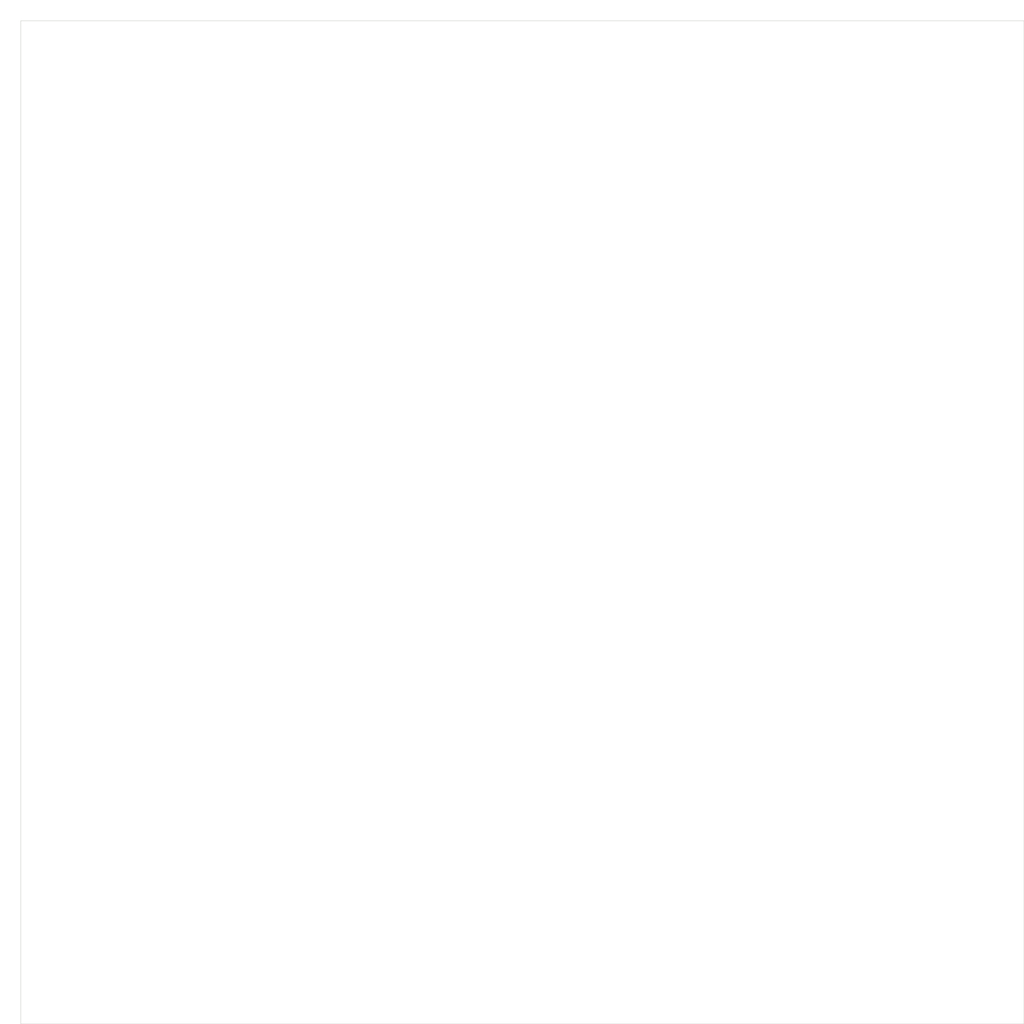
<source format=kicad_pcb>
(kicad_pcb (version 20171130) (host pcbnew "(5.1.10)-1")

  (general
    (thickness 1.6)
    (drawings 7)
    (tracks 0)
    (zones 0)
    (modules 0)
    (nets 1)
  )

  (page A4)
  (layers
    (0 F.Cu signal)
    (31 B.Cu signal)
    (32 B.Adhes user)
    (33 F.Adhes user)
    (34 B.Paste user)
    (35 F.Paste user)
    (36 B.SilkS user)
    (37 F.SilkS user)
    (38 B.Mask user)
    (39 F.Mask user)
    (40 Dwgs.User user)
    (41 Cmts.User user)
    (42 Eco1.User user)
    (43 Eco2.User user)
    (44 Edge.Cuts user)
    (45 Margin user)
    (46 B.CrtYd user)
    (47 F.CrtYd user)
    (48 B.Fab user)
    (49 F.Fab user)
  )

  (setup
    (last_trace_width 0.25)
    (trace_clearance 0.2)
    (zone_clearance 0.508)
    (zone_45_only no)
    (trace_min 0.2)
    (via_size 0.8)
    (via_drill 0.4)
    (via_min_size 0.4)
    (via_min_drill 0.3)
    (uvia_size 0.3)
    (uvia_drill 0.1)
    (uvias_allowed no)
    (uvia_min_size 0.2)
    (uvia_min_drill 0.1)
    (edge_width 0.05)
    (segment_width 0.2)
    (pcb_text_width 0.3)
    (pcb_text_size 1.5 1.5)
    (mod_edge_width 0.12)
    (mod_text_size 1 1)
    (mod_text_width 0.15)
    (pad_size 1.524 1.524)
    (pad_drill 0.762)
    (pad_to_mask_clearance 0)
    (aux_axis_origin 0 0)
    (visible_elements FEFFFF7F)
    (pcbplotparams
      (layerselection 0x010fc_ffffffff)
      (usegerberextensions false)
      (usegerberattributes true)
      (usegerberadvancedattributes true)
      (creategerberjobfile true)
      (excludeedgelayer true)
      (linewidth 0.100000)
      (plotframeref false)
      (viasonmask false)
      (mode 1)
      (useauxorigin false)
      (hpglpennumber 1)
      (hpglpenspeed 20)
      (hpglpendiameter 15.000000)
      (psnegative false)
      (psa4output false)
      (plotreference true)
      (plotvalue true)
      (plotinvisibletext false)
      (padsonsilk false)
      (subtractmaskfromsilk false)
      (outputformat 1)
      (mirror false)
      (drillshape 1)
      (scaleselection 1)
      (outputdirectory ""))
  )

  (net 0 "")

  (net_class Default "This is the default net class."
    (clearance 0.2)
    (trace_width 0.25)
    (via_dia 0.8)
    (via_drill 0.4)
    (uvia_dia 0.3)
    (uvia_drill 0.1)
  )

  (gr_line (start 2 0) (end -2 0) (layer Dwgs.User) (width 0.15))
  (gr_line (start 0 2) (end 0 -2) (layer Dwgs.User) (width 0.15))
  (gr_circle (center 0 0) (end 1 0) (layer Dwgs.User) (width 0.15))
  (gr_line (start 0 100) (end 0 0) (layer Edge.Cuts) (width 0.05) (tstamp 612CE4B5))
  (gr_line (start 100 100) (end 0 100) (layer Edge.Cuts) (width 0.05))
  (gr_line (start 100 0) (end 100 100) (layer Edge.Cuts) (width 0.05))
  (gr_line (start 0 0) (end 100 0) (layer Edge.Cuts) (width 0.05))

)

</source>
